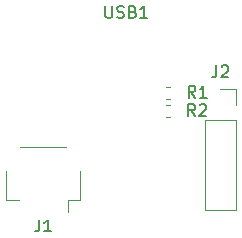
<source format=gto>
G04 #@! TF.GenerationSoftware,KiCad,Pcbnew,(5.1.4)-1*
G04 #@! TF.CreationDate,2020-02-17T01:36:26-08:00*
G04 #@! TF.ProjectId,daughterboard,64617567-6874-4657-9262-6f6172642e6b,rev?*
G04 #@! TF.SameCoordinates,Original*
G04 #@! TF.FileFunction,Legend,Top*
G04 #@! TF.FilePolarity,Positive*
%FSLAX46Y46*%
G04 Gerber Fmt 4.6, Leading zero omitted, Abs format (unit mm)*
G04 Created by KiCad (PCBNEW (5.1.4)-1) date 2020-02-17 01:36:26*
%MOMM*%
%LPD*%
G04 APERTURE LIST*
%ADD10C,0.120000*%
%ADD11C,0.150000*%
G04 APERTURE END LIST*
D10*
X14695279Y-8510000D02*
X14369721Y-8510000D01*
X14695279Y-7490000D02*
X14369721Y-7490000D01*
X14695279Y-10010000D02*
X14369721Y-10010000D01*
X14695279Y-8990000D02*
X14369721Y-8990000D01*
X17670000Y-10270000D02*
X20330000Y-10270000D01*
X17670000Y-10270000D02*
X17670000Y-17950000D01*
X17670000Y-17950000D02*
X20330000Y-17950000D01*
X20330000Y-10270000D02*
X20330000Y-17950000D01*
X20330000Y-7670000D02*
X20330000Y-9000000D01*
X19000000Y-7670000D02*
X20330000Y-7670000D01*
X7110000Y-14585000D02*
X7110000Y-17085000D01*
X7110000Y-17085000D02*
X6060000Y-17085000D01*
X6060000Y-17085000D02*
X6060000Y-18075000D01*
X890000Y-14585000D02*
X890000Y-17085000D01*
X890000Y-17085000D02*
X1940000Y-17085000D01*
X5940000Y-12615000D02*
X2060000Y-12615000D01*
D11*
X9261904Y-652380D02*
X9261904Y-1461904D01*
X9309523Y-1557142D01*
X9357142Y-1604761D01*
X9452380Y-1652380D01*
X9642857Y-1652380D01*
X9738095Y-1604761D01*
X9785714Y-1557142D01*
X9833333Y-1461904D01*
X9833333Y-652380D01*
X10261904Y-1604761D02*
X10404761Y-1652380D01*
X10642857Y-1652380D01*
X10738095Y-1604761D01*
X10785714Y-1557142D01*
X10833333Y-1461904D01*
X10833333Y-1366666D01*
X10785714Y-1271428D01*
X10738095Y-1223809D01*
X10642857Y-1176190D01*
X10452380Y-1128571D01*
X10357142Y-1080952D01*
X10309523Y-1033333D01*
X10261904Y-938095D01*
X10261904Y-842857D01*
X10309523Y-747619D01*
X10357142Y-700000D01*
X10452380Y-652380D01*
X10690476Y-652380D01*
X10833333Y-700000D01*
X11595238Y-1128571D02*
X11738095Y-1176190D01*
X11785714Y-1223809D01*
X11833333Y-1319047D01*
X11833333Y-1461904D01*
X11785714Y-1557142D01*
X11738095Y-1604761D01*
X11642857Y-1652380D01*
X11261904Y-1652380D01*
X11261904Y-652380D01*
X11595238Y-652380D01*
X11690476Y-700000D01*
X11738095Y-747619D01*
X11785714Y-842857D01*
X11785714Y-938095D01*
X11738095Y-1033333D01*
X11690476Y-1080952D01*
X11595238Y-1128571D01*
X11261904Y-1128571D01*
X12785714Y-1652380D02*
X12214285Y-1652380D01*
X12500000Y-1652380D02*
X12500000Y-652380D01*
X12404761Y-795238D01*
X12309523Y-890476D01*
X12214285Y-938095D01*
X16878333Y-8402380D02*
X16545000Y-7926190D01*
X16306904Y-8402380D02*
X16306904Y-7402380D01*
X16687857Y-7402380D01*
X16783095Y-7450000D01*
X16830714Y-7497619D01*
X16878333Y-7592857D01*
X16878333Y-7735714D01*
X16830714Y-7830952D01*
X16783095Y-7878571D01*
X16687857Y-7926190D01*
X16306904Y-7926190D01*
X17830714Y-8402380D02*
X17259285Y-8402380D01*
X17545000Y-8402380D02*
X17545000Y-7402380D01*
X17449761Y-7545238D01*
X17354523Y-7640476D01*
X17259285Y-7688095D01*
X16865833Y-9952380D02*
X16532500Y-9476190D01*
X16294404Y-9952380D02*
X16294404Y-8952380D01*
X16675357Y-8952380D01*
X16770595Y-9000000D01*
X16818214Y-9047619D01*
X16865833Y-9142857D01*
X16865833Y-9285714D01*
X16818214Y-9380952D01*
X16770595Y-9428571D01*
X16675357Y-9476190D01*
X16294404Y-9476190D01*
X17246785Y-9047619D02*
X17294404Y-9000000D01*
X17389642Y-8952380D01*
X17627738Y-8952380D01*
X17722976Y-9000000D01*
X17770595Y-9047619D01*
X17818214Y-9142857D01*
X17818214Y-9238095D01*
X17770595Y-9380952D01*
X17199166Y-9952380D01*
X17818214Y-9952380D01*
X18666666Y-5682380D02*
X18666666Y-6396666D01*
X18619047Y-6539523D01*
X18523809Y-6634761D01*
X18380952Y-6682380D01*
X18285714Y-6682380D01*
X19095238Y-5777619D02*
X19142857Y-5730000D01*
X19238095Y-5682380D01*
X19476190Y-5682380D01*
X19571428Y-5730000D01*
X19619047Y-5777619D01*
X19666666Y-5872857D01*
X19666666Y-5968095D01*
X19619047Y-6110952D01*
X19047619Y-6682380D01*
X19666666Y-6682380D01*
X3666666Y-18732380D02*
X3666666Y-19446666D01*
X3619047Y-19589523D01*
X3523809Y-19684761D01*
X3380952Y-19732380D01*
X3285714Y-19732380D01*
X4666666Y-19732380D02*
X4095238Y-19732380D01*
X4380952Y-19732380D02*
X4380952Y-18732380D01*
X4285714Y-18875238D01*
X4190476Y-18970476D01*
X4095238Y-19018095D01*
M02*

</source>
